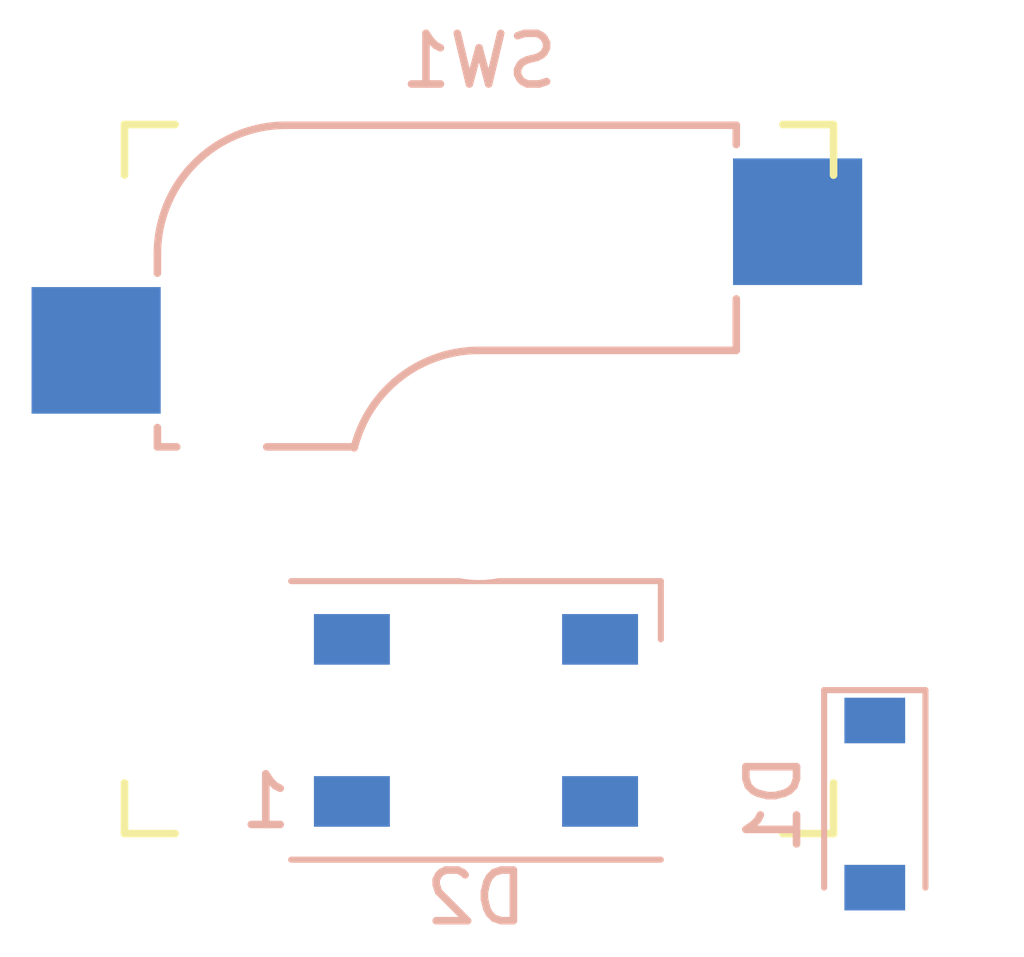
<source format=kicad_pcb>
(kicad_pcb (version 20171130) (host pcbnew "(5.1.9)-1")

  (general
    (thickness 1.6)
    (drawings 0)
    (tracks 0)
    (zones 0)
    (modules 3)
    (nets 2)
  )

  (page A4)
  (layers
    (0 F.Cu signal)
    (31 B.Cu signal)
    (32 B.Adhes user)
    (33 F.Adhes user)
    (34 B.Paste user)
    (35 F.Paste user)
    (36 B.SilkS user)
    (37 F.SilkS user)
    (38 B.Mask user)
    (39 F.Mask user)
    (40 Dwgs.User user)
    (41 Cmts.User user)
    (42 Eco1.User user)
    (43 Eco2.User user)
    (44 Edge.Cuts user)
    (45 Margin user)
    (46 B.CrtYd user)
    (47 F.CrtYd user)
    (48 B.Fab user)
    (49 F.Fab user)
  )

  (setup
    (last_trace_width 0.25)
    (trace_clearance 0.2)
    (zone_clearance 0.508)
    (zone_45_only no)
    (trace_min 0.2)
    (via_size 0.8)
    (via_drill 0.4)
    (via_min_size 0.4)
    (via_min_drill 0.3)
    (uvia_size 0.3)
    (uvia_drill 0.1)
    (uvias_allowed no)
    (uvia_min_size 0.2)
    (uvia_min_drill 0.1)
    (edge_width 0.05)
    (segment_width 0.2)
    (pcb_text_width 0.3)
    (pcb_text_size 1.5 1.5)
    (mod_edge_width 0.12)
    (mod_text_size 1 1)
    (mod_text_width 0.15)
    (pad_size 1.524 1.524)
    (pad_drill 0.762)
    (pad_to_mask_clearance 0)
    (aux_axis_origin 0 0)
    (visible_elements FFFFFF7F)
    (pcbplotparams
      (layerselection 0x010fc_ffffffff)
      (usegerberextensions false)
      (usegerberattributes true)
      (usegerberadvancedattributes true)
      (creategerberjobfile true)
      (excludeedgelayer true)
      (linewidth 0.100000)
      (plotframeref false)
      (viasonmask false)
      (mode 1)
      (useauxorigin false)
      (hpglpennumber 1)
      (hpglpenspeed 20)
      (hpglpendiameter 15.000000)
      (psnegative false)
      (psa4output false)
      (plotreference true)
      (plotvalue true)
      (plotinvisibletext false)
      (padsonsilk false)
      (subtractmaskfromsilk false)
      (outputformat 1)
      (mirror false)
      (drillshape 1)
      (scaleselection 1)
      (outputdirectory ""))
  )

  (net 0 "")
  (net 1 "Net-(D1-Pad1)")

  (net_class Default "This is the default net class."
    (clearance 0.2)
    (trace_width 0.25)
    (via_dia 0.8)
    (via_drill 0.4)
    (uvia_dia 0.3)
    (uvia_drill 0.1)
    (add_net Col)
    (add_net LED_DIN)
    (add_net LED_DOUT)
    (add_net LED_VDD)
    (add_net LED_VSS)
    (add_net "Net-(D1-Pad1)")
    (add_net Row)
  )

  (module daprice-keyswitches:Kailh_socket_MX (layer F.Cu) (tedit 608319E4) (tstamp 60970A30)
    (at 135.442001 90.611001)
    (descr "MX-style keyswitch with Kailh socket mount")
    (tags MX,cherry,gateron,kailh,pg1511,socket)
    (path /6096A743)
    (attr smd)
    (fp_text reference SW1 (at 0 -8.255) (layer B.SilkS)
      (effects (font (size 1 1) (thickness 0.15)) (justify mirror))
    )
    (fp_text value SWITCH_PUSH (at 0 8.255) (layer F.Fab)
      (effects (font (size 1 1) (thickness 0.15)))
    )
    (fp_text user %V (at -0.635 0.635) (layer B.Fab)
      (effects (font (size 1 1) (thickness 0.15)) (justify mirror))
    )
    (fp_text user %R (at -0.635 -4.445) (layer B.Fab)
      (effects (font (size 1 1) (thickness 0.15)) (justify mirror))
    )
    (fp_arc (start 0 0) (end 0 -2.54) (angle -75.96375653) (layer B.Fab) (width 0.12))
    (fp_arc (start -3.81 -4.445) (end -3.81 -6.985) (angle -90) (layer B.Fab) (width 0.12))
    (fp_arc (start 0 0) (end 0 -2.54) (angle -75.96375653) (layer B.SilkS) (width 0.15))
    (fp_arc (start -3.81 -4.445) (end -3.81 -6.985) (angle -90) (layer B.SilkS) (width 0.15))
    (fp_line (start -8.89 -3.81) (end -6.35 -3.81) (layer B.Fab) (width 0.12))
    (fp_line (start -8.89 -1.27) (end -8.89 -3.81) (layer B.Fab) (width 0.12))
    (fp_line (start -6.35 -1.27) (end -8.89 -1.27) (layer B.Fab) (width 0.12))
    (fp_line (start 7.62 -3.81) (end 5.08 -3.81) (layer B.Fab) (width 0.12))
    (fp_line (start 7.62 -6.35) (end 7.62 -3.81) (layer B.Fab) (width 0.12))
    (fp_line (start 5.08 -6.35) (end 7.62 -6.35) (layer B.Fab) (width 0.12))
    (fp_line (start 5.08 -2.54) (end 0 -2.54) (layer B.Fab) (width 0.12))
    (fp_line (start 5.08 -6.985) (end 5.08 -2.54) (layer B.Fab) (width 0.12))
    (fp_line (start -3.81 -6.985) (end 5.08 -6.985) (layer B.Fab) (width 0.12))
    (fp_line (start -6.35 -0.635) (end -6.35 -4.445) (layer B.Fab) (width 0.12))
    (fp_line (start -6.35 -0.635) (end -2.54 -0.635) (layer B.Fab) (width 0.12))
    (fp_line (start 5.08 -6.985) (end 5.08 -6.604) (layer B.SilkS) (width 0.15))
    (fp_line (start -3.81 -6.985) (end 5.08 -6.985) (layer B.SilkS) (width 0.15))
    (fp_line (start -6.35 -4.445) (end -6.35 -4.064) (layer B.SilkS) (width 0.15))
    (fp_line (start -5.969 -0.635) (end -6.35 -0.635) (layer B.SilkS) (width 0.15))
    (fp_line (start -2.464162 -0.635) (end -4.191 -0.635) (layer B.SilkS) (width 0.15))
    (fp_line (start 5.08 -2.54) (end 0 -2.54) (layer B.SilkS) (width 0.15))
    (fp_line (start 5.08 -3.556) (end 5.08 -2.54) (layer B.SilkS) (width 0.15))
    (fp_line (start -6.35 -1.016) (end -6.35 -0.635) (layer B.SilkS) (width 0.15))
    (fp_line (start -7.5 7.5) (end -7.5 -7.5) (layer F.Fab) (width 0.15))
    (fp_line (start 7.5 7.5) (end -7.5 7.5) (layer F.Fab) (width 0.15))
    (fp_line (start 7.5 -7.5) (end 7.5 7.5) (layer F.Fab) (width 0.15))
    (fp_line (start -7.5 -7.5) (end 7.5 -7.5) (layer F.Fab) (width 0.15))
    (fp_line (start -6.9 6.9) (end -6.9 -6.9) (layer Eco2.User) (width 0.15))
    (fp_line (start 6.9 -6.9) (end 6.9 6.9) (layer Eco2.User) (width 0.15))
    (fp_line (start 6.9 -6.9) (end -6.9 -6.9) (layer Eco2.User) (width 0.15))
    (fp_line (start -6.9 6.9) (end 6.9 6.9) (layer Eco2.User) (width 0.15))
    (fp_line (start 7 -7) (end 7 -6) (layer F.SilkS) (width 0.15))
    (fp_line (start 6 7) (end 7 7) (layer F.SilkS) (width 0.15))
    (fp_line (start 7 -7) (end 6 -7) (layer F.SilkS) (width 0.15))
    (fp_line (start 7 6) (end 7 7) (layer F.SilkS) (width 0.15))
    (fp_line (start -7 7) (end -7 6) (layer F.SilkS) (width 0.15))
    (fp_line (start -6 -7) (end -7 -7) (layer F.SilkS) (width 0.15))
    (fp_line (start -7 7) (end -6 7) (layer F.SilkS) (width 0.15))
    (fp_line (start -7 -6) (end -7 -7) (layer F.SilkS) (width 0.15))
    (fp_line (start -9.398 -9.398) (end 9.398 -9.398) (layer Dwgs.User) (width 0.12))
    (fp_line (start 9.398 -9.398) (end 9.398 9.398) (layer Dwgs.User) (width 0.12))
    (fp_line (start 9.398 9.398) (end -9.398 9.398) (layer Dwgs.User) (width 0.12))
    (fp_line (start -9.398 9.398) (end -9.398 -9.398) (layer Dwgs.User) (width 0.12))
    (pad 2 smd rect (at -7.56 -2.54) (size 2.55 2.5) (layers B.Cu B.Paste B.Mask)
      (net 1 "Net-(D1-Pad1)"))
    (pad "" np_thru_hole circle (at -5.08 0) (size 1.7018 1.7018) (drill 1.7018) (layers *.Cu *.Mask))
    (pad "" np_thru_hole circle (at 5.08 0) (size 1.7018 1.7018) (drill 1.7018) (layers *.Cu *.Mask))
    (pad "" np_thru_hole circle (at 0 0) (size 3.9878 3.9878) (drill 3.9878) (layers *.Cu *.Mask))
    (pad "" np_thru_hole circle (at -3.81 -2.54) (size 3 3) (drill 3) (layers *.Cu *.Mask))
    (pad "" np_thru_hole circle (at 2.54 -5.08) (size 3 3) (drill 3) (layers *.Cu *.Mask))
    (pad 1 smd rect (at 6.29 -5.08) (size 2.55 2.5) (layers B.Cu B.Paste B.Mask))
  )

  (module LED_SMD:LED_WS2812B_PLCC4_5.0x5.0mm_P3.2mm (layer B.Cu) (tedit 5AA4B285) (tstamp 60970BA3)
    (at 135.382 95.377)
    (descr https://cdn-shop.adafruit.com/datasheets/WS2812B.pdf)
    (tags "LED RGB NeoPixel")
    (path /6096BA71)
    (attr smd)
    (fp_text reference D2 (at 0 3.5) (layer B.SilkS)
      (effects (font (size 1 1) (thickness 0.15)) (justify mirror))
    )
    (fp_text value WS2812B (at 0 -4) (layer B.Fab)
      (effects (font (size 1 1) (thickness 0.15)) (justify mirror))
    )
    (fp_text user %R (at 0 0) (layer B.Fab)
      (effects (font (size 0.8 0.8) (thickness 0.15)) (justify mirror))
    )
    (fp_text user 1 (at -4.15 1.6) (layer B.SilkS)
      (effects (font (size 1 1) (thickness 0.15)) (justify mirror))
    )
    (fp_line (start 3.45 2.75) (end -3.45 2.75) (layer B.CrtYd) (width 0.05))
    (fp_line (start 3.45 -2.75) (end 3.45 2.75) (layer B.CrtYd) (width 0.05))
    (fp_line (start -3.45 -2.75) (end 3.45 -2.75) (layer B.CrtYd) (width 0.05))
    (fp_line (start -3.45 2.75) (end -3.45 -2.75) (layer B.CrtYd) (width 0.05))
    (fp_line (start 2.5 -1.5) (end 1.5 -2.5) (layer B.Fab) (width 0.1))
    (fp_line (start -2.5 2.5) (end -2.5 -2.5) (layer B.Fab) (width 0.1))
    (fp_line (start -2.5 -2.5) (end 2.5 -2.5) (layer B.Fab) (width 0.1))
    (fp_line (start 2.5 -2.5) (end 2.5 2.5) (layer B.Fab) (width 0.1))
    (fp_line (start 2.5 2.5) (end -2.5 2.5) (layer B.Fab) (width 0.1))
    (fp_line (start -3.65 2.75) (end 3.65 2.75) (layer B.SilkS) (width 0.12))
    (fp_line (start -3.65 -2.75) (end 3.65 -2.75) (layer B.SilkS) (width 0.12))
    (fp_line (start 3.65 -2.75) (end 3.65 -1.6) (layer B.SilkS) (width 0.12))
    (fp_circle (center 0 0) (end 0 2) (layer B.Fab) (width 0.1))
    (pad 1 smd rect (at -2.45 1.6) (size 1.5 1) (layers B.Cu B.Paste B.Mask))
    (pad 2 smd rect (at -2.45 -1.6) (size 1.5 1) (layers B.Cu B.Paste B.Mask))
    (pad 4 smd rect (at 2.45 1.6) (size 1.5 1) (layers B.Cu B.Paste B.Mask))
    (pad 3 smd rect (at 2.45 -1.6) (size 1.5 1) (layers B.Cu B.Paste B.Mask))
    (model ${KISYS3DMOD}/LED_SMD.3dshapes/LED_WS2812B_PLCC4_5.0x5.0mm_P3.2mm.wrl
      (at (xyz 0 0 0))
      (scale (xyz 1 1 1))
      (rotate (xyz 0 0 0))
    )
  )

  (module Diode_SMD:D_SOD-123 (layer B.Cu) (tedit 58645DC7) (tstamp 609709E1)
    (at 143.256 97.029 270)
    (descr SOD-123)
    (tags SOD-123)
    (path /6096AC52)
    (attr smd)
    (fp_text reference D1 (at 0 2 270) (layer B.SilkS)
      (effects (font (size 1 1) (thickness 0.15)) (justify mirror))
    )
    (fp_text value DIODE (at 0 -2.1 270) (layer B.Fab)
      (effects (font (size 1 1) (thickness 0.15)) (justify mirror))
    )
    (fp_text user %R (at 0 2 270) (layer B.Fab)
      (effects (font (size 1 1) (thickness 0.15)) (justify mirror))
    )
    (fp_line (start -2.25 1) (end -2.25 -1) (layer B.SilkS) (width 0.12))
    (fp_line (start 0.25 0) (end 0.75 0) (layer B.Fab) (width 0.1))
    (fp_line (start 0.25 -0.4) (end -0.35 0) (layer B.Fab) (width 0.1))
    (fp_line (start 0.25 0.4) (end 0.25 -0.4) (layer B.Fab) (width 0.1))
    (fp_line (start -0.35 0) (end 0.25 0.4) (layer B.Fab) (width 0.1))
    (fp_line (start -0.35 0) (end -0.35 -0.55) (layer B.Fab) (width 0.1))
    (fp_line (start -0.35 0) (end -0.35 0.55) (layer B.Fab) (width 0.1))
    (fp_line (start -0.75 0) (end -0.35 0) (layer B.Fab) (width 0.1))
    (fp_line (start -1.4 -0.9) (end -1.4 0.9) (layer B.Fab) (width 0.1))
    (fp_line (start 1.4 -0.9) (end -1.4 -0.9) (layer B.Fab) (width 0.1))
    (fp_line (start 1.4 0.9) (end 1.4 -0.9) (layer B.Fab) (width 0.1))
    (fp_line (start -1.4 0.9) (end 1.4 0.9) (layer B.Fab) (width 0.1))
    (fp_line (start -2.35 1.15) (end 2.35 1.15) (layer B.CrtYd) (width 0.05))
    (fp_line (start 2.35 1.15) (end 2.35 -1.15) (layer B.CrtYd) (width 0.05))
    (fp_line (start 2.35 -1.15) (end -2.35 -1.15) (layer B.CrtYd) (width 0.05))
    (fp_line (start -2.35 1.15) (end -2.35 -1.15) (layer B.CrtYd) (width 0.05))
    (fp_line (start -2.25 -1) (end 1.65 -1) (layer B.SilkS) (width 0.12))
    (fp_line (start -2.25 1) (end 1.65 1) (layer B.SilkS) (width 0.12))
    (pad 2 smd rect (at 1.65 0 270) (size 0.9 1.2) (layers B.Cu B.Paste B.Mask))
    (pad 1 smd rect (at -1.65 0 270) (size 0.9 1.2) (layers B.Cu B.Paste B.Mask)
      (net 1 "Net-(D1-Pad1)"))
    (model ${KISYS3DMOD}/Diode_SMD.3dshapes/D_SOD-123.wrl
      (at (xyz 0 0 0))
      (scale (xyz 1 1 1))
      (rotate (xyz 0 0 0))
    )
  )

)

</source>
